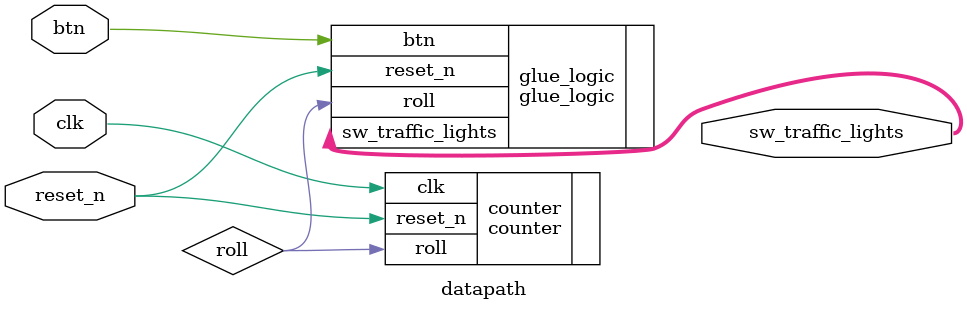
<source format=v>
`timescale 1ns / 1ns
module datapath(
    input wire clk,
    input wire reset_n,
    input wire btn,

    output wire [1:0] sw_traffic_lights 
);

wire roll;

counter counter(
    .clk(clk),
    .reset_n(reset_n),
    .roll(roll)
);

glue_logic glue_logic(
    .reset_n(reset_n),
    .btn(btn),
    .roll(roll),
    .sw_traffic_lights(sw_traffic_lights)
);

endmodule

</source>
